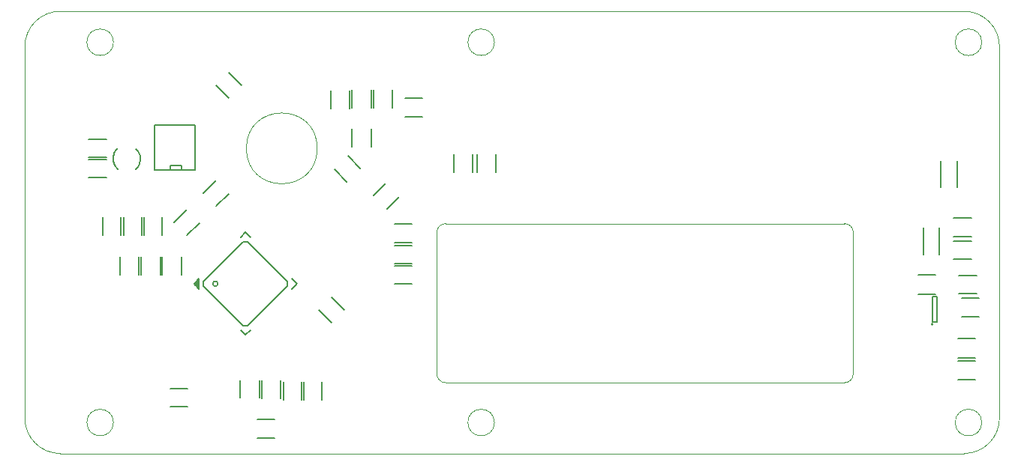
<source format=gbr>
G04 #@! TF.FileFunction,Legend,Bot*
%FSLAX46Y46*%
G04 Gerber Fmt 4.6, Leading zero omitted, Abs format (unit mm)*
G04 Created by KiCad (PCBNEW 4.0.4-stable) date 12/06/16 19:34:19*
%MOMM*%
%LPD*%
G01*
G04 APERTURE LIST*
%ADD10C,0.100000*%
%ADD11C,0.150000*%
%ADD12C,0.149860*%
%ADD13C,0.127000*%
G04 APERTURE END LIST*
D10*
X110000000Y46000000D02*
G75*
G03X106000000Y50000000I-4000000J0D01*
G01*
X106000000Y0D02*
G75*
G03X110000000Y4000000I0J4000000D01*
G01*
X108000000Y3500000D02*
G75*
G03X108000000Y3500000I-1500000J0D01*
G01*
X108000000Y46500000D02*
G75*
G03X108000000Y46500000I-1500000J0D01*
G01*
X53000000Y46500000D02*
G75*
G03X53000000Y46500000I-1500000J0D01*
G01*
X53000000Y3500000D02*
G75*
G03X53000000Y3500000I-1500000J0D01*
G01*
X10000000Y46500000D02*
G75*
G03X10000000Y46500000I-1500000J0D01*
G01*
X10000000Y3500000D02*
G75*
G03X10000000Y3500000I-1500000J0D01*
G01*
X0Y4000000D02*
G75*
G03X4000000Y0I4000000J0D01*
G01*
X4000000Y50000000D02*
G75*
G03X0Y46000000I0J-4000000D01*
G01*
X4000000Y50000000D02*
X106000000Y50000000D01*
X106000000Y0D02*
X4000000Y0D01*
X47500000Y26000000D02*
G75*
G03X46500000Y25000000I0J-1000000D01*
G01*
X47500000Y26000000D02*
X92500000Y26000000D01*
X93500000Y25000000D02*
G75*
G03X92500000Y26000000I-1000000J0D01*
G01*
X93500000Y9000000D02*
X93500000Y25000000D01*
X92500000Y8000000D02*
G75*
G03X93500000Y9000000I0J1000000D01*
G01*
X92500000Y8000000D02*
X47500000Y8000000D01*
X46500000Y9000000D02*
G75*
G03X47500000Y8000000I1000000J0D01*
G01*
X46500000Y9000000D02*
X46500000Y25000000D01*
X0Y4000000D02*
X0Y46000000D01*
X110000000Y46000000D02*
X110000000Y4000000D01*
X33000000Y34500000D02*
G75*
G03X33000000Y34500000I-4000000J0D01*
G01*
D11*
X107700000Y17575000D02*
X105700000Y17575000D01*
X105700000Y15425000D02*
X107700000Y15425000D01*
X101400000Y22500000D02*
X101400000Y25500000D01*
X103200000Y22500000D02*
X103200000Y25500000D01*
X103400000Y30100000D02*
X103400000Y33100000D01*
X105200000Y30100000D02*
X105200000Y33100000D01*
D12*
X19244235Y19341888D02*
X19244235Y19058112D01*
X19384327Y18918020D02*
X19384327Y19481980D01*
X19526215Y19623868D02*
X19526215Y18776132D01*
X19668103Y19765756D02*
X19102347Y19200000D01*
X19102347Y19200000D02*
X19668103Y18634244D01*
X19668103Y18634244D02*
X19668103Y19765756D01*
X25465756Y24431897D02*
X24900000Y24997653D01*
X24900000Y24997653D02*
X24334244Y24431897D01*
X30131897Y18634244D02*
X30697653Y19200000D01*
X30697653Y19200000D02*
X30131897Y19765756D01*
X24334244Y13968103D02*
X24900000Y13402347D01*
X24900000Y13402347D02*
X25465756Y13968103D01*
D13*
X21771484Y19200000D02*
G75*
G03X21771484Y19200000I-283981J0D01*
G01*
X25169408Y23959536D02*
X24630592Y23959536D01*
X24630592Y23959536D02*
X20140464Y19469408D01*
X20140464Y19469408D02*
X20140464Y18930592D01*
X20140464Y18930592D02*
X24630592Y14440464D01*
X24630592Y14440464D02*
X25169408Y14440464D01*
X25169408Y14440464D02*
X29659536Y18930592D01*
X29659536Y18930592D02*
X29659536Y19469408D01*
X29659536Y19469408D02*
X25169408Y23959536D01*
D11*
X19186000Y32060000D02*
X19186000Y37140000D01*
X19186000Y37140000D02*
X14614000Y37140000D01*
X14614000Y37140000D02*
X14614000Y32060000D01*
X14614000Y32060000D02*
X19186000Y32060000D01*
X17662000Y32060000D02*
X17662000Y32568000D01*
X17662000Y32568000D02*
X16392000Y32568000D01*
X16392000Y32568000D02*
X16392000Y32060000D01*
X10349380Y34349020D02*
X10499240Y34498880D01*
X12749680Y32400840D02*
X12500760Y32149380D01*
X10349380Y34349020D02*
X10100460Y34001040D01*
X10100460Y34001040D02*
X9950600Y33449860D01*
X9950600Y33449860D02*
X9950600Y33051080D01*
X9950600Y33051080D02*
X10151260Y32550700D01*
X10151260Y32550700D02*
X10499240Y32149380D01*
X12549020Y34450620D02*
X12800480Y34150900D01*
X12800480Y34150900D02*
X13001140Y33698780D01*
X13001140Y33698780D02*
X13049400Y33249200D01*
X13049400Y33249200D02*
X12950340Y32748820D01*
X12950340Y32748820D02*
X12749680Y32400840D01*
X41700000Y23525000D02*
X43700000Y23525000D01*
X43700000Y21475000D02*
X41700000Y21475000D01*
X41700000Y21225000D02*
X43700000Y21225000D01*
X43700000Y19175000D02*
X41700000Y19175000D01*
X34617678Y17631891D02*
X36031891Y16217678D01*
X34582322Y14768109D02*
X33168109Y16182322D01*
X16868109Y26117678D02*
X18282322Y27531891D01*
X19731891Y26082322D02*
X18317678Y24668109D01*
X23031891Y29382322D02*
X21617678Y27968109D01*
X20168109Y29417678D02*
X21582322Y30831891D01*
X7200000Y35525000D02*
X9200000Y35525000D01*
X9200000Y33475000D02*
X7200000Y33475000D01*
X7200000Y33225000D02*
X9200000Y33225000D01*
X9200000Y31175000D02*
X7200000Y31175000D01*
X23017678Y43031891D02*
X24431891Y41617678D01*
X22982322Y40168109D02*
X21568109Y41582322D01*
X16400000Y7325000D02*
X18400000Y7325000D01*
X18400000Y5275000D02*
X16400000Y5275000D01*
X107300000Y8375000D02*
X105300000Y8375000D01*
X105300000Y10425000D02*
X107300000Y10425000D01*
X107400000Y18075000D02*
X105400000Y18075000D01*
X105400000Y20125000D02*
X107400000Y20125000D01*
X106800000Y21975000D02*
X104800000Y21975000D01*
X104800000Y24025000D02*
X106800000Y24025000D01*
X106800000Y24545000D02*
X104800000Y24545000D01*
X104800000Y26595000D02*
X106800000Y26595000D01*
X15525000Y26700000D02*
X15525000Y24700000D01*
X13475000Y24700000D02*
X13475000Y26700000D01*
X13225000Y26700000D02*
X13225000Y24700000D01*
X11175000Y24700000D02*
X11175000Y26700000D01*
X10825000Y26700000D02*
X10825000Y24700000D01*
X8775000Y24700000D02*
X8775000Y26700000D01*
X31475000Y6100000D02*
X31475000Y8100000D01*
X33525000Y8100000D02*
X33525000Y6100000D01*
X31225000Y8100000D02*
X31225000Y6100000D01*
X29175000Y6100000D02*
X29175000Y8100000D01*
X36625000Y41000000D02*
X36625000Y39000000D01*
X34575000Y39000000D02*
X34575000Y41000000D01*
X17675000Y20200000D02*
X17675000Y22200000D01*
X15525000Y22200000D02*
X15525000Y20200000D01*
X48425000Y33800000D02*
X48425000Y31800000D01*
X50575000Y31800000D02*
X50575000Y33800000D01*
X51025000Y33800000D02*
X51025000Y31800000D01*
X53175000Y31800000D02*
X53175000Y33800000D01*
X12875000Y20200000D02*
X12875000Y22200000D01*
X10725000Y22200000D02*
X10725000Y20200000D01*
X15275000Y20200000D02*
X15275000Y22200000D01*
X13125000Y22200000D02*
X13125000Y20200000D01*
X26200000Y1725000D02*
X28200000Y1725000D01*
X28200000Y3875000D02*
X26200000Y3875000D01*
X34932753Y32146967D02*
X36346967Y30732753D01*
X37867247Y32253033D02*
X36453033Y33667247D01*
X102800000Y20175000D02*
X100800000Y20175000D01*
X100800000Y18025000D02*
X102800000Y18025000D01*
X105300000Y10825000D02*
X107300000Y10825000D01*
X107300000Y12975000D02*
X105300000Y12975000D01*
X26475000Y6300000D02*
X26475000Y8300000D01*
X24325000Y8300000D02*
X24325000Y6300000D01*
X26725000Y8250000D02*
X26725000Y6250000D01*
X28875000Y6250000D02*
X28875000Y8250000D01*
X39075000Y39100000D02*
X39075000Y41100000D01*
X36925000Y41100000D02*
X36925000Y39100000D01*
X36925000Y36700000D02*
X36925000Y34700000D01*
X39075000Y34700000D02*
X39075000Y36700000D01*
X44900000Y40175000D02*
X42900000Y40175000D01*
X42900000Y38025000D02*
X44900000Y38025000D01*
X39325000Y41100000D02*
X39325000Y39100000D01*
X41475000Y39100000D02*
X41475000Y41100000D01*
X40853033Y27632753D02*
X42267247Y29046967D01*
X40746967Y30567247D02*
X39332753Y29153033D01*
X43700000Y25975000D02*
X41700000Y25975000D01*
X41700000Y23825000D02*
X43700000Y23825000D01*
X102500000Y14600000D02*
G75*
G03X102500000Y14600000I-100000J0D01*
G01*
X102950000Y14850000D02*
X102450000Y14850000D01*
X102950000Y17750000D02*
X102950000Y14850000D01*
X102450000Y17750000D02*
X102950000Y17750000D01*
X102450000Y14850000D02*
X102450000Y17750000D01*
M02*

</source>
